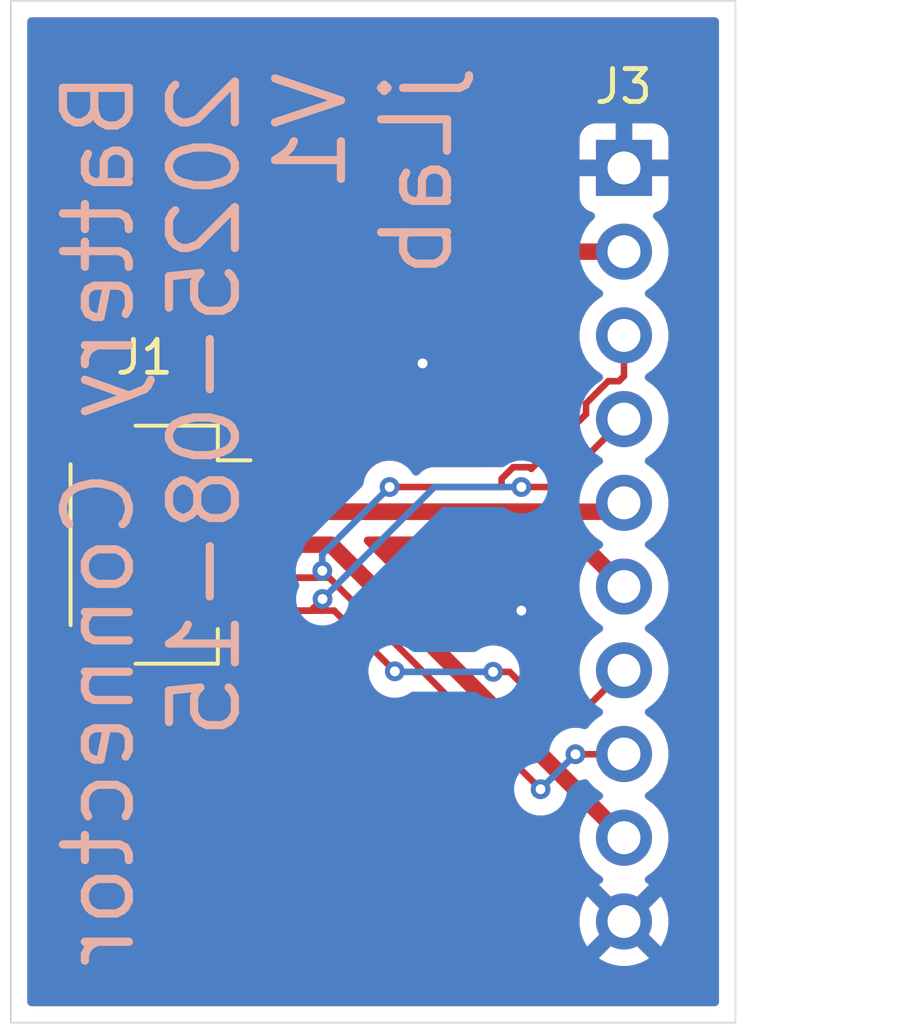
<source format=kicad_pcb>
(kicad_pcb (version 20241229) (generator "pcbnew") (generator_version "9.0")
  (title_block (title "Battery Connector") (date "2025-08-15") (rev "V1") (company "jLab"))
  (layers (0 "F.Cu" signal) (2 "B.Cu" signal) (13 "F.Paste" user) (15 "B.Paste" user) (5 "F.SilkS" user "F.Silkscreen") (7 "B.SilkS" user "B.Silkscreen") (1 "F.Mask" user) (3 "B.Mask" user) (25 "Edge.Cuts" user))
  (net 0 "")
  (net 1 "/CHG")
  (net 2 "/PG")
  (net 3 "/VBAT")
  (net 4 "+3V3")
  (net 5 "GND")
  (footprint "Connector_JST:JST_SH_SM05B-SRSS-TB_1x05-1MP_P1.00mm_Horizontal" (layer "F.Cu") (at 19.5 39 -90)
    (property "Reference" "J1" (hide yes))
    (property "Value" "Conn_01x05_Socket")
    (fp_line (start -2.44 2.685) (end 2.44 2.685) (stroke (width 0.12)) (layer "F.SilkS"))
    (fp_line (start -3.61 0.715) (end -3.61 -1.785) (stroke (width 0.12)) (layer "F.SilkS"))
    (fp_line (start 3.61 0.715) (end 3.61 -1.785) (stroke (width 0.12)) (layer "F.SilkS"))
    (fp_line (start -3.61 -1.785) (end -2.56 -1.785) (stroke (width 0.12)) (layer "F.SilkS"))
    (fp_line (start -2.56 -1.785) (end -2.56 -2.775) (stroke (width 0.12)) (layer "F.SilkS"))
    (fp_line (start 3.61 -1.785) (end 2.56 -1.785) (stroke (width 0.12)) (layer "F.SilkS"))
    (pad "1" smd roundrect (at -2 -2 270) (size 0.6 1.55) (layers "F.Cu" "F.Mask" "F.Paste") (net 5 "GND"))
    (pad "2" smd roundrect (at -1 -2 270) (size 0.6 1.55) (layers "F.Cu" "F.Mask" "F.Paste") (net 3 "/VBAT"))
    (pad "3" smd roundrect (at 0 -2 270) (size 0.6 1.55) (layers "F.Cu" "F.Mask" "F.Paste") (net 4 "+3V3"))
    (pad "4" smd roundrect (at 1 -2 270) (size 0.6 1.55) (layers "F.Cu" "F.Mask" "F.Paste") (net 2 "/PG"))
    (pad "5" smd roundrect (at 2 -2 270) (size 0.6 1.55) (layers "F.Cu" "F.Mask" "F.Paste") (net 1 "/CHG"))
    (pad "MP" smd roundrect (at -3.3 1.875 270) (size 1.2 1.8) (layers "F.Cu" "F.Mask" "F.Paste") (roundrect_rratio 0.208333))
    (pad "MP" smd roundrect (at 3.3 1.875 270) (size 1.2 1.8) (layers "F.Cu" "F.Mask" "F.Paste") (roundrect_rratio 0.208333))
  )
  (footprint "Connector_PinHeader_2.54mm:PinHeader_1x10_P2.54mm_Horizontal" (layer "F.Cu") (at 33.615 27.57)
    (property "Reference" "J3" (at -0.015 -2.47 0) (layer "F.SilkS"))
    (property "Value" "Conn_01x10")
    (pad "1" thru_hole rect (at 0 0) (size 1.7 1.7) (drill 1) (layers "*.Cu" "*.Mask") (net 5 "GND"))
    (pad "2" thru_hole circle (at 0 2.54) (size 1.7 1.7) (drill 1) (layers "*.Cu" "*.Mask") (net 4 "+3V3"))
    (pad "3" thru_hole circle (at 0 5.08) (size 1.7 1.7) (drill 1) (layers "*.Cu" "*.Mask") (net 2 "/PG"))
    (pad "4" thru_hole circle (at 0 7.62) (size 1.7 1.7) (drill 1) (layers "*.Cu" "*.Mask") (net 1 "/CHG"))
    (pad "5" thru_hole circle (at 0 10.16) (size 1.7 1.7) (drill 1) (layers "*.Cu" "*.Mask") (net 3 "/VBAT"))
    (pad "6" thru_hole circle (at 0 12.7) (size 1.7 1.7) (drill 1) (layers "*.Cu" "*.Mask") (net 3 "/VBAT"))
    (pad "7" thru_hole circle (at 0 15.24) (size 1.7 1.7) (drill 1) (layers "*.Cu" "*.Mask") (net 1 "/CHG"))
    (pad "8" thru_hole circle (at 0 17.78) (size 1.7 1.7) (drill 1) (layers "*.Cu" "*.Mask") (net 2 "/PG"))
    (pad "9" thru_hole circle (at 0 20.32) (size 1.7 1.7) (drill 1) (layers "*.Cu" "*.Mask") (net 4 "+3V3"))
    (pad "10" thru_hole circle (at 0 22.86) (size 1.7 1.7) (drill 1) (layers "*.Cu" "*.Mask") (net 5 "GND"))
  )
  (gr_rect (start 15 22.5) (end 37 53.5) (stroke (width 0.05)) (fill no) (layer "Edge.Cuts"))
  (gr_text "J1" (at 18.1 33.9 0) (layer "F.SilkS") (effects (font (size 1 1)) (justify left bottom)))
  (gr_text "${TITLE}\n${ISSUE_DATE}\n${REVISION}\n${COMPANY}" (at 28.5 24.5 90) (layer "B.SilkS") (effects (font (size 2 2) (thickness 0.25)) (justify left bottom mirror)))
  (segment (start 31.555 37.25) (end 33.615 35.19) (width 0.2) (layer "F.Cu") (net 1))
  (segment (start 32.425 44) (end 33.615 42.81) (width 0.2) (layer "F.Cu") (net 1))
  (segment (start 24.815808 41) (end 26.657904 42.842096) (width 0.2) (layer "F.Cu") (net 1))
  (segment (start 29.642831 42.857169) (end 30.142831 42.857169) (width 0.2) (layer "F.Cu") (net 1))
  (segment (start 31.285662 44) (end 32.425 44) (width 0.2) (layer "F.Cu") (net 1))
  (segment (start 24.111417 41) (end 24.463613 40.647804) (width 0.2) (layer "F.Cu") (net 1))
  (segment (start 21.5 41) (end 24.111417 41) (width 0.2) (layer "F.Cu") (net 1))
  (segment (start 30.142831 42.857169) (end 31.285662 44) (width 0.2) (layer "F.Cu") (net 1))
  (segment (start 21.5 41) (end 24.815808 41) (width 0.2) (layer "F.Cu") (net 1))
  (segment (start 30.5 37.25) (end 31.555 37.25) (width 0.2) (layer "F.Cu") (net 1))
  (via (at 29.642831 42.857169) (size 0.6) (drill 0.3) (layers "F.Cu" "B.Cu") (net 1))
  (via (at 30.5 37.25) (size 0.6) (drill 0.3) (layers "F.Cu" "B.Cu") (net 1))
  (via (at 26.657904 42.842096) (size 0.6) (drill 0.3) (layers "F.Cu" "B.Cu") (net 1))
  (via (at 24.463613 40.647804) (size 0.6) (drill 0.3) (layers "F.Cu" "B.Cu") (net 1))
  (segment (start 27.861417 37.25) (end 30.5 37.25) (width 0.2) (layer "B.Cu") (net 1))
  (segment (start 26.657904 42.842096) (end 26.672977 42.857169) (width 0.2) (layer "B.Cu") (net 1))
  (segment (start 24.463613 40.647804) (end 27.861417 37.25) (width 0.2) (layer "B.Cu") (net 1))
  (segment (start 26.672977 42.857169) (end 29.642831 42.857169) (width 0.2) (layer "B.Cu") (net 1))
  (segment (start 26.5 37.25) (end 29.899 37.25) (width 0.2) (layer "F.Cu") (net 2))
  (segment (start 33.607831 45.357169) (end 33.615 45.35) (width 0.2) (layer "F.Cu") (net 2))
  (segment (start 24.246768 40) (end 24.455553 39.791215) (width 0.2) (layer "F.Cu") (net 2))
  (segment (start 30.251057 36.649) (end 30.748943 36.649) (width 0.2) (layer "F.Cu") (net 2))
  (segment (start 33.461 34.039) (end 33.615 33.885) (width 0.2) (layer "F.Cu") (net 2))
  (segment (start 32.464 34.71324) (end 33.13824 34.039) (width 0.2) (layer "F.Cu") (net 2))
  (segment (start 32.464 35.036) (end 32.464 34.71324) (width 0.2) (layer "F.Cu") (net 2))
  (segment (start 30.799972 36.700028) (end 32.464 35.036) (width 0.2) (layer "F.Cu") (net 2))
  (segment (start 30.748943 36.649) (end 30.799972 36.700028) (width 0.2) (layer "F.Cu") (net 2))
  (segment (start 21.5 40) (end 24.664338 40) (width 0.2) (layer "F.Cu") (net 2))
  (segment (start 33.13824 34.039) (end 33.461 34.039) (width 0.2) (layer "F.Cu") (net 2))
  (segment (start 29.899 37.001057) (end 30.251057 36.649) (width 0.2) (layer "F.Cu") (net 2))
  (segment (start 21.5 40) (end 24.246768 40) (width 0.2) (layer "F.Cu") (net 2))
  (segment (start 32.142831 45.357169) (end 33.607831 45.357169) (width 0.2) (layer "F.Cu") (net 2))
  (segment (start 24.664338 40) (end 31.082169 46.417831) (width 0.2) (layer "F.Cu") (net 2))
  (segment (start 29.899 37.25) (end 29.899 37.001057) (width 0.2) (layer "F.Cu") (net 2))
  (segment (start 33.615 33.885) (end 33.615 32.65) (width 0.2) (layer "F.Cu") (net 2))
  (via (at 24.455553 39.791215) (size 0.6) (drill 0.3) (layers "F.Cu" "B.Cu") (net 2))
  (via (at 31.082169 46.417831) (size 0.6) (drill 0.3) (layers "F.Cu" "B.Cu") (net 2))
  (via (at 32.142831 45.357169) (size 0.6) (drill 0.3) (layers "F.Cu" "B.Cu") (net 2))
  (via (at 26.5 37.25) (size 0.6) (drill 0.3) (layers "F.Cu" "B.Cu") (net 2))
  (segment (start 31.082169 46.417831) (end 32.142831 45.357169) (width 0.2) (layer "B.Cu") (net 2))
  (segment (start 24.455553 39.294447) (end 26.5 37.25) (width 0.2) (layer "B.Cu") (net 2))
  (segment (start 24.455553 39.791215) (end 24.455553 39.294447) (width 0.2) (layer "B.Cu") (net 2))
  (segment (start 31.345 38) (end 33.615 40.27) (width 0.5) (layer "F.Cu") (net 3))
  (segment (start 33.345 38) (end 33.615 37.73) (width 0.5) (layer "F.Cu") (net 3))
  (segment (start 21.5 38) (end 33.345 38) (width 0.5) (layer "F.Cu") (net 3))
  (segment (start 21.5 38) (end 31.345 38) (width 0.5) (layer "F.Cu") (net 3))
  (segment (start 19 37.1291) (end 19 30.11) (width 0.5) (layer "F.Cu") (net 4))
  (segment (start 20.8709 39) (end 19 37.1291) (width 0.5) (layer "F.Cu") (net 4))
  (segment (start 19 30.11) (end 33.615 30.11) (width 0.5) (layer "F.Cu") (net 4))
  (segment (start 24.725 39) (end 33.615 47.89) (width 0.5) (layer "F.Cu") (net 4))
  (segment (start 21.5 39) (end 20.8709 39) (width 0.5) (layer "F.Cu") (net 4))
  (segment (start 21.5 39) (end 24.725 39) (width 0.5) (layer "F.Cu") (net 4))
  (segment (start 21.5 37) (end 21 37) (width 0.2) (layer "F.Cu") (net 5))
  (via (at 30.5 41) (size 0.6) (drill 0.3) (layers "F.Cu" "B.Cu") (net 5))
  (via (at 27.5 33.5) (size 0.6) (drill 0.3) (layers "F.Cu" "B.Cu") (net 5))
  (zone (net 5) (net_name "GND") (layers "F.Cu" "B.Cu") (connect_pads (clearance 0.5)) (min_thickness 0.25) (fill yes (thermal_gap 0.5) (thermal_bridge_width 0.5) (island_removal_mode 1) (island_area_min 10))
    (polygon (pts (xy 15.5 23) (xy 15.5 53) (xy 36.5 53) (xy 36.5 23)))
  )
)
</source>
